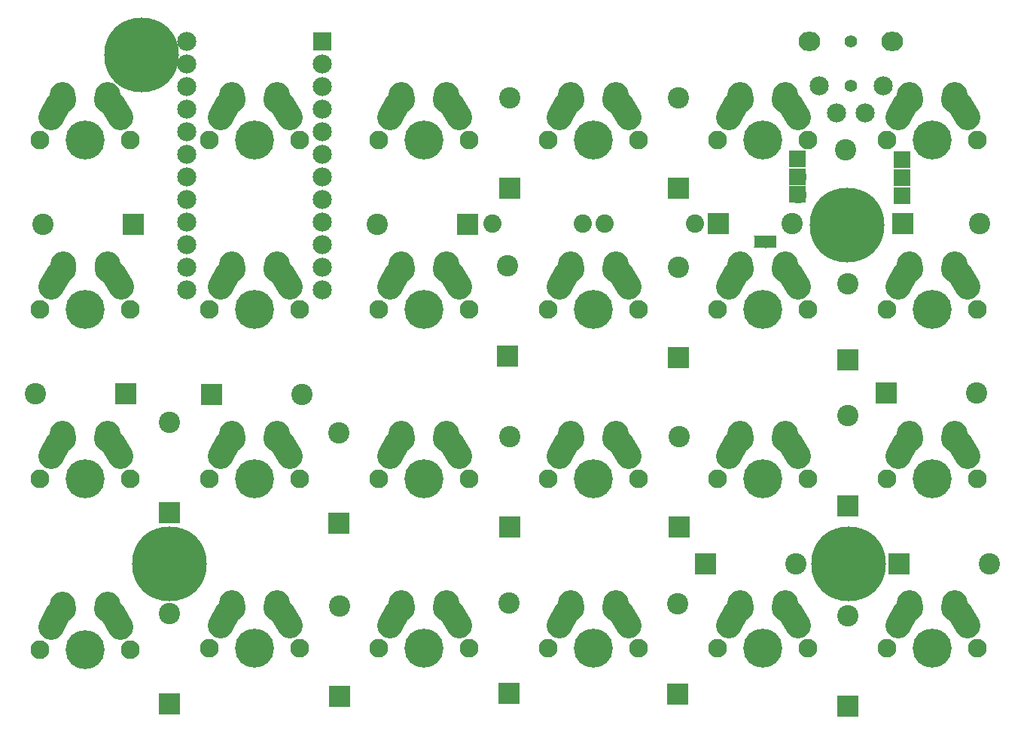
<source format=gts>
G04 #@! TF.FileFunction,Soldermask,Top*
%FSLAX46Y46*%
G04 Gerber Fmt 4.6, Leading zero omitted, Abs format (unit mm)*
G04 Created by KiCad (PCBNEW 4.0.6) date 11/03/17 07:40:39*
%MOMM*%
%LPD*%
G01*
G04 APERTURE LIST*
%ADD10C,0.100000*%
%ADD11C,2.398980*%
%ADD12R,2.398980X2.398980*%
%ADD13O,2.457400X2.152600*%
%ADD14C,2.152600*%
%ADD15C,1.390600*%
%ADD16C,2.051000*%
%ADD17C,2.900000*%
%ADD18C,4.387810*%
%ADD19C,2.101810*%
%ADD20R,2.152600X2.152600*%
%ADD21C,2.400000*%
%ADD22R,1.924000X1.924000*%
%ADD23C,1.924000*%
%ADD24R,0.900000X1.400000*%
%ADD25R,1.400000X1.400000*%
%ADD26C,1.400000*%
%ADD27C,0.900000*%
%ADD28C,8.400000*%
G04 APERTURE END LIST*
D10*
D11*
X131247460Y-100340000D03*
D12*
X131247460Y-110500000D03*
D11*
X74097460Y-99240000D03*
D12*
X74097460Y-109400000D03*
D11*
X93147460Y-98940000D03*
D12*
X93147460Y-109100000D03*
D11*
X112147460Y-99040000D03*
D12*
X112147460Y-109200000D03*
D11*
X125410000Y-94497460D03*
D12*
X115250000Y-94497460D03*
D11*
X145760000Y-75347460D03*
D12*
X135600000Y-75347460D03*
D11*
X147160000Y-94497460D03*
D12*
X137000000Y-94497460D03*
D11*
X112297460Y-80240000D03*
D12*
X112297460Y-90400000D03*
D11*
X93247460Y-80240000D03*
D12*
X93247460Y-90400000D03*
D11*
X74047460Y-79790000D03*
D12*
X74047460Y-89950000D03*
D11*
X39890000Y-75402540D03*
D12*
X50050000Y-75402540D03*
D11*
X54997460Y-100090000D03*
D12*
X54997460Y-110250000D03*
D11*
X69860000Y-75447460D03*
D12*
X59700000Y-75447460D03*
D11*
X93047460Y-60990000D03*
D12*
X93047460Y-71150000D03*
D11*
X112247460Y-61140000D03*
D12*
X112247460Y-71300000D03*
D11*
X131250000Y-63000000D03*
D12*
X131297460Y-71550000D03*
D11*
X146060000Y-56247460D03*
D12*
X137500000Y-56250000D03*
D11*
X125000000Y-56250000D03*
D12*
X116750000Y-56297460D03*
D11*
X112197460Y-42090000D03*
D12*
X112197460Y-52250000D03*
D11*
X93247460Y-42090000D03*
D12*
X93247460Y-52250000D03*
D11*
X78390000Y-56352540D03*
D12*
X88550000Y-56352540D03*
D11*
X40790000Y-56352540D03*
D12*
X50950000Y-56352540D03*
D11*
X54997460Y-78590000D03*
D12*
X54997460Y-88750000D03*
D11*
X131247460Y-77840000D03*
D12*
X131247460Y-88000000D03*
D13*
X136298200Y-35745600D03*
D14*
X128043200Y-40749400D03*
X133250200Y-43848200D03*
D13*
X127001800Y-35745600D03*
D14*
X130049800Y-43848200D03*
X135256800Y-40749400D03*
D15*
X131650000Y-35745600D03*
X131650000Y-40749400D03*
D16*
X101480000Y-56300000D03*
X91320000Y-56300000D03*
X103970000Y-56300000D03*
X114130000Y-56300000D03*
D17*
X43000276Y-41770672D02*
X43039724Y-42349328D01*
X48690184Y-42849693D02*
X49499816Y-44310307D01*
D18*
X45500000Y-46850000D03*
D19*
X40420000Y-46850000D03*
X50580000Y-46850000D03*
D17*
X42500453Y-42850046D02*
X41689547Y-44309954D01*
X48039724Y-41770672D02*
X48000276Y-42349328D01*
X43050276Y-60870672D02*
X43089724Y-61449328D01*
X48740184Y-61949693D02*
X49549816Y-63410307D01*
D18*
X45550000Y-65950000D03*
D19*
X40470000Y-65950000D03*
X50630000Y-65950000D03*
D17*
X42550453Y-61950046D02*
X41739547Y-63409954D01*
X48089724Y-60870672D02*
X48050276Y-61449328D01*
X43000276Y-79920672D02*
X43039724Y-80499328D01*
X48690184Y-80999693D02*
X49499816Y-82460307D01*
D18*
X45500000Y-85000000D03*
D19*
X40420000Y-85000000D03*
X50580000Y-85000000D03*
D17*
X42500453Y-81000046D02*
X41689547Y-82459954D01*
X48039724Y-79920672D02*
X48000276Y-80499328D01*
X43000276Y-99070672D02*
X43039724Y-99649328D01*
X48690184Y-100149693D02*
X49499816Y-101610307D01*
D18*
X45500000Y-104150000D03*
D19*
X40420000Y-104150000D03*
X50580000Y-104150000D03*
D17*
X42500453Y-100150046D02*
X41689547Y-101609954D01*
X48039724Y-99070672D02*
X48000276Y-99649328D01*
X62050276Y-41770672D02*
X62089724Y-42349328D01*
X67740184Y-42849693D02*
X68549816Y-44310307D01*
D18*
X64550000Y-46850000D03*
D19*
X59470000Y-46850000D03*
X69630000Y-46850000D03*
D17*
X61550453Y-42850046D02*
X60739547Y-44309954D01*
X67089724Y-41770672D02*
X67050276Y-42349328D01*
X62050276Y-60820672D02*
X62089724Y-61399328D01*
X67740184Y-61899693D02*
X68549816Y-63360307D01*
D18*
X64550000Y-65900000D03*
D19*
X59470000Y-65900000D03*
X69630000Y-65900000D03*
D17*
X61550453Y-61900046D02*
X60739547Y-63359954D01*
X67089724Y-60820672D02*
X67050276Y-61399328D01*
X62050276Y-79870672D02*
X62089724Y-80449328D01*
X67740184Y-80949693D02*
X68549816Y-82410307D01*
D18*
X64550000Y-84950000D03*
D19*
X59470000Y-84950000D03*
X69630000Y-84950000D03*
D17*
X61550453Y-80950046D02*
X60739547Y-82409954D01*
X67089724Y-79870672D02*
X67050276Y-80449328D01*
X62050276Y-98920672D02*
X62089724Y-99499328D01*
X67740184Y-99999693D02*
X68549816Y-101460307D01*
D18*
X64550000Y-104000000D03*
D19*
X59470000Y-104000000D03*
X69630000Y-104000000D03*
D17*
X61550453Y-100000046D02*
X60739547Y-101459954D01*
X67089724Y-98920672D02*
X67050276Y-99499328D01*
X81100276Y-41770672D02*
X81139724Y-42349328D01*
X86790184Y-42849693D02*
X87599816Y-44310307D01*
D18*
X83600000Y-46850000D03*
D19*
X78520000Y-46850000D03*
X88680000Y-46850000D03*
D17*
X80600453Y-42850046D02*
X79789547Y-44309954D01*
X86139724Y-41770672D02*
X86100276Y-42349328D01*
X81100276Y-60820672D02*
X81139724Y-61399328D01*
X86790184Y-61899693D02*
X87599816Y-63360307D01*
D18*
X83600000Y-65900000D03*
D19*
X78520000Y-65900000D03*
X88680000Y-65900000D03*
D17*
X80600453Y-61900046D02*
X79789547Y-63359954D01*
X86139724Y-60820672D02*
X86100276Y-61399328D01*
X81100276Y-79870672D02*
X81139724Y-80449328D01*
X86790184Y-80949693D02*
X87599816Y-82410307D01*
D18*
X83600000Y-84950000D03*
D19*
X78520000Y-84950000D03*
X88680000Y-84950000D03*
D17*
X80600453Y-80950046D02*
X79789547Y-82409954D01*
X86139724Y-79870672D02*
X86100276Y-80449328D01*
X81100276Y-98920672D02*
X81139724Y-99499328D01*
X86790184Y-99999693D02*
X87599816Y-101460307D01*
D18*
X83600000Y-104000000D03*
D19*
X78520000Y-104000000D03*
X88680000Y-104000000D03*
D17*
X80600453Y-100000046D02*
X79789547Y-101459954D01*
X86139724Y-98920672D02*
X86100276Y-99499328D01*
X100150276Y-41770672D02*
X100189724Y-42349328D01*
X105840184Y-42849693D02*
X106649816Y-44310307D01*
D18*
X102650000Y-46850000D03*
D19*
X97570000Y-46850000D03*
X107730000Y-46850000D03*
D17*
X99650453Y-42850046D02*
X98839547Y-44309954D01*
X105189724Y-41770672D02*
X105150276Y-42349328D01*
X100150276Y-60820672D02*
X100189724Y-61399328D01*
X105840184Y-61899693D02*
X106649816Y-63360307D01*
D18*
X102650000Y-65900000D03*
D19*
X97570000Y-65900000D03*
X107730000Y-65900000D03*
D17*
X99650453Y-61900046D02*
X98839547Y-63359954D01*
X105189724Y-60820672D02*
X105150276Y-61399328D01*
X100150276Y-79870672D02*
X100189724Y-80449328D01*
X105840184Y-80949693D02*
X106649816Y-82410307D01*
D18*
X102650000Y-84950000D03*
D19*
X97570000Y-84950000D03*
X107730000Y-84950000D03*
D17*
X99650453Y-80950046D02*
X98839547Y-82409954D01*
X105189724Y-79870672D02*
X105150276Y-80449328D01*
X100150276Y-98920672D02*
X100189724Y-99499328D01*
X105840184Y-99999693D02*
X106649816Y-101460307D01*
D18*
X102650000Y-104000000D03*
D19*
X97570000Y-104000000D03*
X107730000Y-104000000D03*
D17*
X99650453Y-100000046D02*
X98839547Y-101459954D01*
X105189724Y-98920672D02*
X105150276Y-99499328D01*
X119200276Y-41770672D02*
X119239724Y-42349328D01*
X124890184Y-42849693D02*
X125699816Y-44310307D01*
D18*
X121700000Y-46850000D03*
D19*
X116620000Y-46850000D03*
X126780000Y-46850000D03*
D17*
X118700453Y-42850046D02*
X117889547Y-44309954D01*
X124239724Y-41770672D02*
X124200276Y-42349328D01*
X119200276Y-60820672D02*
X119239724Y-61399328D01*
X124890184Y-61899693D02*
X125699816Y-63360307D01*
D18*
X121700000Y-65900000D03*
D19*
X116620000Y-65900000D03*
X126780000Y-65900000D03*
D17*
X118700453Y-61900046D02*
X117889547Y-63359954D01*
X124239724Y-60820672D02*
X124200276Y-61399328D01*
X119200276Y-79870672D02*
X119239724Y-80449328D01*
X124890184Y-80949693D02*
X125699816Y-82410307D01*
D18*
X121700000Y-84950000D03*
D19*
X116620000Y-84950000D03*
X126780000Y-84950000D03*
D17*
X118700453Y-80950046D02*
X117889547Y-82409954D01*
X124239724Y-79870672D02*
X124200276Y-80449328D01*
X119200276Y-98920672D02*
X119239724Y-99499328D01*
X124890184Y-99999693D02*
X125699816Y-101460307D01*
D18*
X121700000Y-104000000D03*
D19*
X116620000Y-104000000D03*
X126780000Y-104000000D03*
D17*
X118700453Y-100000046D02*
X117889547Y-101459954D01*
X124239724Y-98920672D02*
X124200276Y-99499328D01*
X138250276Y-41770672D02*
X138289724Y-42349328D01*
X143940184Y-42849693D02*
X144749816Y-44310307D01*
D18*
X140750000Y-46850000D03*
D19*
X135670000Y-46850000D03*
X145830000Y-46850000D03*
D17*
X137750453Y-42850046D02*
X136939547Y-44309954D01*
X143289724Y-41770672D02*
X143250276Y-42349328D01*
X138250276Y-60820672D02*
X138289724Y-61399328D01*
X143940184Y-61899693D02*
X144749816Y-63360307D01*
D18*
X140750000Y-65900000D03*
D19*
X135670000Y-65900000D03*
X145830000Y-65900000D03*
D17*
X137750453Y-61900046D02*
X136939547Y-63359954D01*
X143289724Y-60820672D02*
X143250276Y-61399328D01*
X138250276Y-79870672D02*
X138289724Y-80449328D01*
X143940184Y-80949693D02*
X144749816Y-82410307D01*
D18*
X140750000Y-84950000D03*
D19*
X135670000Y-84950000D03*
X145830000Y-84950000D03*
D17*
X137750453Y-80950046D02*
X136939547Y-82409954D01*
X143289724Y-79870672D02*
X143250276Y-80449328D01*
X138250276Y-98920672D02*
X138289724Y-99499328D01*
X143940184Y-99999693D02*
X144749816Y-101460307D01*
D18*
X140750000Y-104000000D03*
D19*
X135670000Y-104000000D03*
X145830000Y-104000000D03*
D17*
X137750453Y-100000046D02*
X136939547Y-101459954D01*
X143289724Y-98920672D02*
X143250276Y-99499328D01*
D20*
X72170000Y-35780000D03*
D14*
X72170000Y-38320000D03*
X72170000Y-40860000D03*
X72170000Y-43400000D03*
X72170000Y-45940000D03*
X72170000Y-48480000D03*
X72170000Y-51020000D03*
X72170000Y-53560000D03*
X72170000Y-56100000D03*
X72170000Y-58640000D03*
X72170000Y-61180000D03*
X72170000Y-63720000D03*
X56930000Y-63720000D03*
X56930000Y-61180000D03*
X56930000Y-58640000D03*
X56930000Y-56100000D03*
X56930000Y-53560000D03*
X56930000Y-51020000D03*
X56930000Y-48480000D03*
X56930000Y-40860000D03*
X56930000Y-38320000D03*
X56930000Y-35780000D03*
X56930000Y-45940000D03*
X56930000Y-43400000D03*
D21*
X131000000Y-48000000D03*
D22*
X137400000Y-53100000D03*
X137400000Y-51100000D03*
X137400000Y-49100000D03*
X137400000Y-53100000D03*
X137400000Y-51100000D03*
X137400000Y-49100000D03*
D23*
X137410000Y-51110000D03*
X137390000Y-49100000D03*
X137410000Y-53110000D03*
D22*
X125650000Y-53000000D03*
X125650000Y-51000000D03*
X125650000Y-49000000D03*
X125650000Y-53000000D03*
X125650000Y-51000000D03*
X125650000Y-49000000D03*
D23*
X125660000Y-51010000D03*
X125640000Y-49000000D03*
X125660000Y-53010000D03*
D10*
G36*
X122058800Y-59058167D02*
X121276033Y-58275400D01*
X122058800Y-57492633D01*
X122841567Y-58275400D01*
X122058800Y-59058167D01*
X122058800Y-59058167D01*
G37*
G36*
X120718750Y-58975400D02*
X121218750Y-58075400D01*
X121618850Y-58075400D01*
X122118850Y-58975400D01*
X120718750Y-58975400D01*
X120718750Y-58975400D01*
G37*
G36*
X122118850Y-57575400D02*
X121618850Y-58475400D01*
X121218750Y-58475400D01*
X120718750Y-57575400D01*
X122118850Y-57575400D01*
X122118850Y-57575400D01*
G37*
D24*
X121168800Y-58275400D03*
D10*
G36*
X120718750Y-58975400D02*
X121218750Y-58075400D01*
X121618850Y-58075400D01*
X122118850Y-58975400D01*
X120718750Y-58975400D01*
X120718750Y-58975400D01*
G37*
D25*
X122560000Y-58260000D03*
D10*
G36*
X122058800Y-59058167D02*
X121276033Y-58275400D01*
X122058800Y-57492633D01*
X122841567Y-58275400D01*
X122058800Y-59058167D01*
X122058800Y-59058167D01*
G37*
G36*
X122118850Y-57575400D02*
X121618850Y-58475400D01*
X121218750Y-58475400D01*
X120718750Y-57575400D01*
X122118850Y-57575400D01*
X122118850Y-57575400D01*
G37*
D24*
X121168800Y-58275400D03*
D25*
X122560000Y-58270000D03*
D26*
X122520000Y-58270000D03*
D27*
X121180000Y-58290000D03*
D28*
X55000000Y-94500000D03*
X131350000Y-94550000D03*
X131200000Y-56450000D03*
X51850000Y-37300000D03*
M02*

</source>
